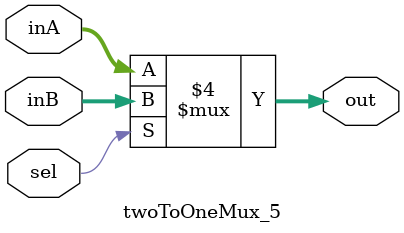
<source format=v>
`timescale 1ns / 1ns

module twoToOneMux_5(
    input[4:0] inA,
    input[4:0] inB,
    input[0:0] sel,
    output reg[4:0] out
);

    always @* begin
        if (sel==1'b0) begin
            out <= inA;
        end else begin
            out <= inB;
        end
    end

endmodule
</source>
